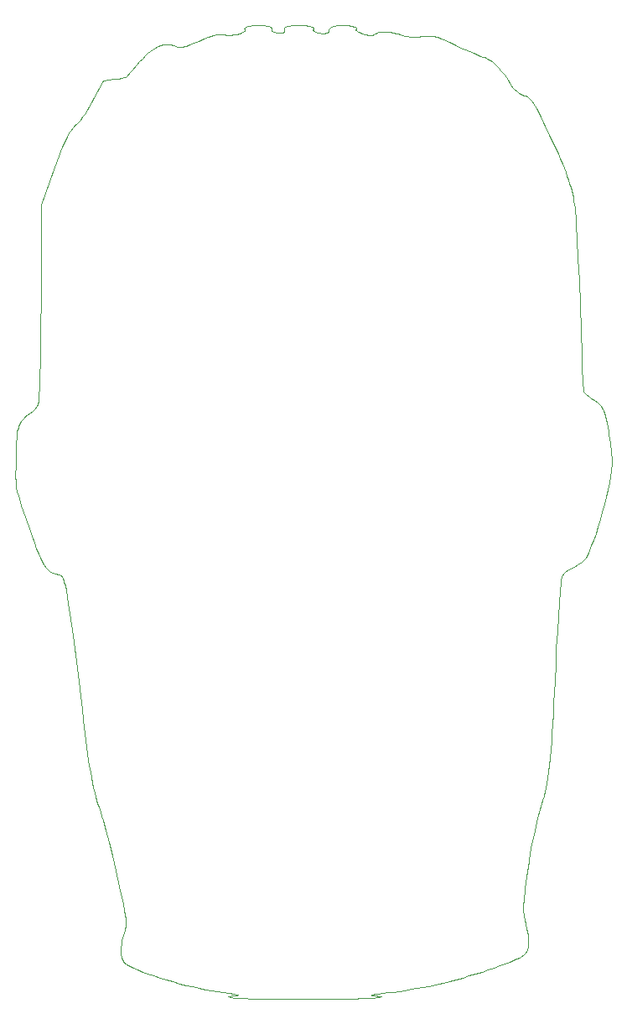
<source format=gbr>
G04 #@! TF.GenerationSoftware,KiCad,Pcbnew,(5.1.2)-1*
G04 #@! TF.CreationDate,2019-06-30T22:56:59-05:00*
G04 #@! TF.ProjectId,hank-hill-sao,68616e6b-2d68-4696-9c6c-2d73616f2e6b,rev?*
G04 #@! TF.SameCoordinates,Original*
G04 #@! TF.FileFunction,Profile,NP*
%FSLAX46Y46*%
G04 Gerber Fmt 4.6, Leading zero omitted, Abs format (unit mm)*
G04 Created by KiCad (PCBNEW (5.1.2)-1) date 2019-06-30 22:56:59*
%MOMM*%
%LPD*%
G04 APERTURE LIST*
%ADD10C,0.100000*%
G04 APERTURE END LIST*
D10*
X-9815535Y-48626712D02*
X-10337899Y-48542212D01*
X-10337899Y-48542212D02*
X-10475952Y-48513872D01*
X-10475952Y-48513872D02*
X-10515190Y-48502220D01*
X-10515190Y-48502220D02*
X-10534948Y-48491899D01*
X-10534948Y-48491899D02*
X-10535524Y-48482620D01*
X-10535524Y-48482620D02*
X-10517171Y-48474097D01*
X-10517171Y-48474097D02*
X-10424865Y-48458237D01*
X-10424865Y-48458237D02*
X-10025792Y-48423675D01*
X-10025792Y-48423675D02*
X-9748584Y-48400371D01*
X-9748584Y-48400371D02*
X-9650034Y-48388683D01*
X-9650034Y-48388683D02*
X-9582127Y-48375988D01*
X-9582127Y-48375988D02*
X-9547822Y-48361566D01*
X-9547822Y-48361566D02*
X-9544193Y-48353474D01*
X-9544193Y-48353474D02*
X-9550069Y-48344699D01*
X-9550069Y-48344699D02*
X-9591828Y-48324667D01*
X-9591828Y-48324667D02*
X-9676053Y-48300716D01*
X-9676053Y-48300716D02*
X-9983726Y-48238236D01*
X-9983726Y-48238236D02*
X-10496734Y-48151452D01*
X-10496734Y-48151452D02*
X-12233342Y-47881742D01*
X-12233342Y-47881742D02*
X-12837950Y-47780418D01*
X-12837950Y-47780418D02*
X-13470833Y-47657969D01*
X-13470833Y-47657969D02*
X-14124330Y-47516833D01*
X-14124330Y-47516833D02*
X-14790784Y-47359445D01*
X-14790784Y-47359445D02*
X-15462535Y-47188239D01*
X-15462535Y-47188239D02*
X-16131925Y-47005655D01*
X-16131925Y-47005655D02*
X-16791294Y-46814130D01*
X-16791294Y-46814130D02*
X-17432984Y-46616093D01*
X-17432984Y-46616093D02*
X-18049336Y-46413987D01*
X-18049336Y-46413987D02*
X-18632690Y-46210242D01*
X-18632690Y-46210242D02*
X-19175388Y-46007299D01*
X-19175388Y-46007299D02*
X-19669771Y-45807596D01*
X-19669771Y-45807596D02*
X-20108180Y-45613561D01*
X-20108180Y-45613561D02*
X-20304001Y-45519433D01*
X-20304001Y-45519433D02*
X-20482956Y-45427636D01*
X-20482956Y-45427636D02*
X-20644089Y-45338475D01*
X-20644089Y-45338475D02*
X-20786441Y-45252255D01*
X-20786441Y-45252255D02*
X-20909055Y-45169283D01*
X-20909055Y-45169283D02*
X-21010974Y-45089858D01*
X-21010974Y-45089858D02*
X-21053358Y-45050031D01*
X-21053358Y-45050031D02*
X-21093120Y-45004933D01*
X-21093120Y-45004933D02*
X-21164762Y-44899631D01*
X-21164762Y-44899631D02*
X-21225882Y-44775351D01*
X-21225882Y-44775351D02*
X-21276459Y-44633500D01*
X-21276459Y-44633500D02*
X-21316472Y-44475472D01*
X-21316472Y-44475472D02*
X-21345905Y-44302677D01*
X-21345905Y-44302677D02*
X-21364732Y-44116518D01*
X-21364732Y-44116518D02*
X-21372939Y-43918390D01*
X-21372939Y-43918390D02*
X-21370494Y-43709704D01*
X-21370494Y-43709704D02*
X-21357396Y-43491853D01*
X-21357396Y-43491853D02*
X-21333616Y-43266249D01*
X-21333616Y-43266249D02*
X-21299134Y-43034287D01*
X-21299134Y-43034287D02*
X-21253930Y-42797376D01*
X-21253930Y-42797376D02*
X-21197984Y-42556916D01*
X-21197984Y-42556916D02*
X-21131277Y-42314304D01*
X-21131277Y-42314304D02*
X-21053787Y-42070952D01*
X-21053787Y-42070952D02*
X-20955371Y-41766246D01*
X-20955371Y-41766246D02*
X-20917275Y-41629099D01*
X-20917275Y-41629099D02*
X-20886735Y-41497619D01*
X-20886735Y-41497619D02*
X-20863858Y-41368463D01*
X-20863858Y-41368463D02*
X-20848754Y-41238274D01*
X-20848754Y-41238274D02*
X-20841532Y-41103705D01*
X-20841532Y-41103705D02*
X-20842287Y-40961407D01*
X-20842287Y-40961407D02*
X-20851156Y-40808026D01*
X-20851156Y-40808026D02*
X-20868235Y-40640215D01*
X-20868235Y-40640215D02*
X-20927456Y-40247894D01*
X-20927456Y-40247894D02*
X-21020825Y-39757644D01*
X-21020825Y-39757644D02*
X-21149215Y-39142665D01*
X-21149215Y-39142665D02*
X-21520647Y-37431055D01*
X-21520647Y-37431055D02*
X-21885321Y-35812548D01*
X-21885321Y-35812548D02*
X-22237570Y-34309711D01*
X-22237570Y-34309711D02*
X-22571733Y-32945118D01*
X-22571733Y-32945118D02*
X-22882142Y-31741341D01*
X-22882142Y-31741341D02*
X-23163136Y-30720946D01*
X-23163136Y-30720946D02*
X-23290832Y-30286569D01*
X-23290832Y-30286569D02*
X-23409049Y-29906505D01*
X-23409049Y-29906505D02*
X-23517080Y-29583569D01*
X-23517080Y-29583569D02*
X-23614217Y-29320588D01*
X-23614217Y-29320588D02*
X-23716520Y-29037553D01*
X-23716520Y-29037553D02*
X-23820914Y-28703562D01*
X-23820914Y-28703562D02*
X-23926803Y-28321973D01*
X-23926803Y-28321973D02*
X-24033592Y-27896151D01*
X-24033592Y-27896151D02*
X-24140684Y-27429458D01*
X-24140684Y-27429458D02*
X-24247483Y-26925250D01*
X-24247483Y-26925250D02*
X-24353393Y-26386891D01*
X-24353393Y-26386891D02*
X-24457818Y-25817740D01*
X-24457818Y-25817740D02*
X-24560162Y-25221160D01*
X-24560162Y-25221160D02*
X-24659829Y-24600509D01*
X-24659829Y-24600509D02*
X-24756222Y-23959147D01*
X-24756222Y-23959147D02*
X-24848745Y-23300439D01*
X-24848745Y-23300439D02*
X-24936803Y-22627741D01*
X-24936803Y-22627741D02*
X-25019800Y-21944417D01*
X-25019800Y-21944417D02*
X-25097138Y-21253827D01*
X-25097138Y-21253827D02*
X-25168223Y-20559332D01*
X-25168223Y-20559332D02*
X-25281344Y-19494159D01*
X-25281344Y-19494159D02*
X-25437895Y-18148109D01*
X-25437895Y-18148109D02*
X-25617191Y-16693657D01*
X-25617191Y-16693657D02*
X-25798551Y-15303265D01*
X-25798551Y-15303265D02*
X-26226786Y-12130391D01*
X-26226786Y-12130391D02*
X-26552117Y-9775750D01*
X-26552117Y-9775750D02*
X-26684779Y-8866289D01*
X-26684779Y-8866289D02*
X-26802017Y-8114612D01*
X-26802017Y-8114612D02*
X-26907266Y-7505124D01*
X-26907266Y-7505124D02*
X-27003960Y-7022232D01*
X-27003960Y-7022232D02*
X-27095533Y-6650349D01*
X-27095533Y-6650349D02*
X-27140473Y-6501161D01*
X-27140473Y-6501161D02*
X-27185420Y-6373878D01*
X-27185420Y-6373878D02*
X-27230804Y-6266552D01*
X-27230804Y-6266552D02*
X-27277054Y-6177229D01*
X-27277054Y-6177229D02*
X-27324600Y-6103967D01*
X-27324600Y-6103967D02*
X-27373870Y-6044810D01*
X-27373870Y-6044810D02*
X-27425295Y-5997817D01*
X-27425295Y-5997817D02*
X-27479302Y-5961029D01*
X-27479302Y-5961029D02*
X-27536323Y-5932510D01*
X-27536323Y-5932510D02*
X-27596785Y-5910285D01*
X-27596785Y-5910285D02*
X-27729752Y-5876982D01*
X-27729752Y-5876982D02*
X-27881638Y-5845550D01*
X-27881638Y-5845550D02*
X-28091623Y-5791033D01*
X-28091623Y-5791033D02*
X-28190746Y-5757730D01*
X-28190746Y-5757730D02*
X-28286504Y-5719368D01*
X-28286504Y-5719368D02*
X-28379308Y-5675165D01*
X-28379308Y-5675165D02*
X-28469569Y-5624337D01*
X-28469569Y-5624337D02*
X-28557698Y-5566112D01*
X-28557698Y-5566112D02*
X-28644107Y-5499712D01*
X-28644107Y-5499712D02*
X-28729205Y-5424357D01*
X-28729205Y-5424357D02*
X-28813404Y-5339267D01*
X-28813404Y-5339267D02*
X-28897115Y-5243668D01*
X-28897115Y-5243668D02*
X-28980749Y-5136777D01*
X-28980749Y-5136777D02*
X-29064717Y-5017820D01*
X-29064717Y-5017820D02*
X-29149430Y-4886020D01*
X-29149430Y-4886020D02*
X-29235299Y-4740594D01*
X-29235299Y-4740594D02*
X-29322735Y-4580764D01*
X-29322735Y-4580764D02*
X-29503951Y-4214790D01*
X-29503951Y-4214790D02*
X-29696366Y-3781870D01*
X-29696366Y-3781870D02*
X-29903269Y-3275781D01*
X-29903269Y-3275781D02*
X-30127947Y-2690295D01*
X-30127947Y-2690295D02*
X-30373688Y-2019191D01*
X-30373688Y-2019191D02*
X-30643780Y-1256239D01*
X-30643780Y-1256239D02*
X-31270168Y570099D01*
X-31270168Y570099D02*
X-31425370Y1038080D01*
X-31425370Y1038080D02*
X-31554401Y1444506D01*
X-31554401Y1444506D02*
X-31740705Y2071666D01*
X-31740705Y2071666D02*
X-31842583Y2449494D01*
X-31842583Y2449494D02*
X-31873540Y2575899D01*
X-31873540Y2575899D02*
X-31897995Y2658821D01*
X-31897995Y2658821D02*
X-31919631Y2755685D01*
X-31919631Y2755685D02*
X-31954987Y2987410D01*
X-31954987Y2987410D02*
X-31980716Y3263428D01*
X-31980716Y3263428D02*
X-31997917Y3576090D01*
X-31997917Y3576090D02*
X-32007696Y3917748D01*
X-32007696Y3917748D02*
X-32011148Y4280762D01*
X-32011148Y4280762D02*
X-32003517Y5040258D01*
X-32003517Y5040258D02*
X-31983837Y5793400D01*
X-31983837Y5793400D02*
X-31960936Y6479019D01*
X-31960936Y6479019D02*
X-31943633Y7035935D01*
X-31943633Y7035935D02*
X-31940756Y7402984D01*
X-31940756Y7402984D02*
X-31915880Y7987905D01*
X-31915880Y7987905D02*
X-31902156Y8174341D01*
X-31902156Y8174341D02*
X-31877187Y8359989D01*
X-31877187Y8359989D02*
X-31841493Y8543897D01*
X-31841493Y8543897D02*
X-31795592Y8725107D01*
X-31795592Y8725107D02*
X-31740002Y8902674D01*
X-31740002Y8902674D02*
X-31675240Y9075638D01*
X-31675240Y9075638D02*
X-31601824Y9243046D01*
X-31601824Y9243046D02*
X-31520272Y9403947D01*
X-31520272Y9403947D02*
X-31431101Y9557390D01*
X-31431101Y9557390D02*
X-31334830Y9702414D01*
X-31334830Y9702414D02*
X-31231976Y9838073D01*
X-31231976Y9838073D02*
X-31123056Y9963413D01*
X-31123056Y9963413D02*
X-31008589Y10077476D01*
X-31008589Y10077476D02*
X-30889092Y10179311D01*
X-30889092Y10179311D02*
X-30765083Y10267968D01*
X-30765083Y10267968D02*
X-30637080Y10342489D01*
X-30637080Y10342489D02*
X-30500532Y10422260D01*
X-30500532Y10422260D02*
X-30364045Y10519096D01*
X-30364045Y10519096D02*
X-30231258Y10629271D01*
X-30231258Y10629271D02*
X-30105808Y10749066D01*
X-30105808Y10749066D02*
X-29991334Y10874755D01*
X-29991334Y10874755D02*
X-29891473Y11002621D01*
X-29891473Y11002621D02*
X-29809862Y11128936D01*
X-29809862Y11128936D02*
X-29750140Y11249983D01*
X-29750140Y11249983D02*
X-29722157Y11357169D01*
X-29722157Y11357169D02*
X-29695429Y11537628D01*
X-29695429Y11537628D02*
X-29669963Y11791129D01*
X-29669963Y11791129D02*
X-29645766Y12117438D01*
X-29645766Y12117438D02*
X-29601200Y12987566D01*
X-29601200Y12987566D02*
X-29561784Y14146151D01*
X-29561784Y14146151D02*
X-29527572Y15591342D01*
X-29527572Y15591342D02*
X-29498614Y17321282D01*
X-29498614Y17321282D02*
X-29474964Y19334122D01*
X-29474964Y19334122D02*
X-29456673Y21628005D01*
X-29456673Y21628005D02*
X-29393822Y31437928D01*
X-29393822Y31437928D02*
X-28553464Y33822078D01*
X-28553464Y33822078D02*
X-28054328Y35221550D01*
X-28054328Y35221550D02*
X-27632939Y36359883D01*
X-27632939Y36359883D02*
X-27446469Y36841668D01*
X-27446469Y36841668D02*
X-27273519Y37270822D01*
X-27273519Y37270822D02*
X-27112116Y37651564D01*
X-27112116Y37651564D02*
X-26960287Y37988111D01*
X-26960287Y37988111D02*
X-26816060Y38284681D01*
X-26816060Y38284681D02*
X-26677464Y38545493D01*
X-26677464Y38545493D02*
X-26542526Y38774765D01*
X-26542526Y38774765D02*
X-26409272Y38976714D01*
X-26409272Y38976714D02*
X-26275731Y39155559D01*
X-26275731Y39155559D02*
X-26139931Y39315517D01*
X-26139931Y39315517D02*
X-25999899Y39460806D01*
X-25999899Y39460806D02*
X-25853662Y39595646D01*
X-25853662Y39595646D02*
X-25771186Y39672893D01*
X-25771186Y39672893D02*
X-25681549Y39766481D01*
X-25681549Y39766481D02*
X-25484076Y39997868D01*
X-25484076Y39997868D02*
X-25267804Y40280176D01*
X-25267804Y40280176D02*
X-25039295Y40603778D01*
X-25039295Y40603778D02*
X-24805112Y40959045D01*
X-24805112Y40959045D02*
X-24571817Y41336350D01*
X-24571817Y41336350D02*
X-24345973Y41726064D01*
X-24345973Y41726064D02*
X-24134142Y42118558D01*
X-24134142Y42118558D02*
X-23165937Y43985206D01*
X-23165937Y43985206D02*
X-22075063Y44094948D01*
X-22075063Y44094948D02*
X-21644522Y44145488D01*
X-21644522Y44145488D02*
X-21278666Y44201975D01*
X-21278666Y44201975D02*
X-21016191Y44257508D01*
X-21016191Y44257508D02*
X-20935813Y44282762D01*
X-20935813Y44282762D02*
X-20895791Y44305189D01*
X-20895791Y44305189D02*
X-19801451Y45562024D01*
X-19801451Y45562024D02*
X-19501164Y45898049D01*
X-19501164Y45898049D02*
X-19211614Y46203052D01*
X-19211614Y46203052D02*
X-18931997Y46477413D01*
X-18931997Y46477413D02*
X-18661505Y46721512D01*
X-18661505Y46721512D02*
X-18399334Y46935726D01*
X-18399334Y46935726D02*
X-18144678Y47120435D01*
X-18144678Y47120435D02*
X-17896730Y47276018D01*
X-17896730Y47276018D02*
X-17775021Y47343005D01*
X-17775021Y47343005D02*
X-17654686Y47402854D01*
X-17654686Y47402854D02*
X-17535626Y47455610D01*
X-17535626Y47455610D02*
X-17417739Y47501321D01*
X-17417739Y47501321D02*
X-17300925Y47540035D01*
X-17300925Y47540035D02*
X-17185084Y47571798D01*
X-17185084Y47571798D02*
X-17070114Y47596660D01*
X-17070114Y47596660D02*
X-16955914Y47614667D01*
X-16955914Y47614667D02*
X-16842385Y47625866D01*
X-16842385Y47625866D02*
X-16729425Y47630304D01*
X-16729425Y47630304D02*
X-16616934Y47628038D01*
X-16616934Y47628038D02*
X-16504810Y47619098D01*
X-16504810Y47619098D02*
X-16392954Y47603540D01*
X-16392954Y47603540D02*
X-16281264Y47581412D01*
X-16281264Y47581412D02*
X-16169640Y47552759D01*
X-16169640Y47552759D02*
X-16057980Y47517630D01*
X-16057980Y47517630D02*
X-15946186Y47476072D01*
X-15946186Y47476072D02*
X-15834154Y47428133D01*
X-15834154Y47428133D02*
X-15752384Y47393892D01*
X-15752384Y47393892D02*
X-15670910Y47366657D01*
X-15670910Y47366657D02*
X-15587890Y47346855D01*
X-15587890Y47346855D02*
X-15501481Y47334912D01*
X-15501481Y47334912D02*
X-15409839Y47331250D01*
X-15409839Y47331250D02*
X-15311120Y47336296D01*
X-15311120Y47336296D02*
X-15203481Y47350473D01*
X-15203481Y47350473D02*
X-15085079Y47374206D01*
X-15085079Y47374206D02*
X-14954071Y47407918D01*
X-14954071Y47407918D02*
X-14808612Y47452037D01*
X-14808612Y47452037D02*
X-14466971Y47573188D01*
X-14466971Y47573188D02*
X-14045409Y47741055D01*
X-14045409Y47741055D02*
X-13529177Y47959034D01*
X-13529177Y47959034D02*
X-13021750Y48172359D01*
X-13021750Y48172359D02*
X-12594246Y48340252D01*
X-12594246Y48340252D02*
X-12232006Y48466210D01*
X-12232006Y48466210D02*
X-12070779Y48514556D01*
X-12070779Y48514556D02*
X-11920372Y48553729D01*
X-11920372Y48553729D02*
X-11778950Y48584165D01*
X-11778950Y48584165D02*
X-11644682Y48606305D01*
X-11644682Y48606305D02*
X-11515736Y48620582D01*
X-11515736Y48620582D02*
X-11390280Y48627437D01*
X-11390280Y48627437D02*
X-11266481Y48627304D01*
X-11266481Y48627304D02*
X-11142506Y48620622D01*
X-11142506Y48620622D02*
X-10886700Y48589355D01*
X-10886700Y48589355D02*
X-10719161Y48569179D01*
X-10719161Y48569179D02*
X-10543301Y48560044D01*
X-10543301Y48560044D02*
X-10362091Y48561159D01*
X-10362091Y48561159D02*
X-10178502Y48571682D01*
X-10178502Y48571682D02*
X-9995502Y48590822D01*
X-9995502Y48590822D02*
X-9816063Y48617766D01*
X-9816063Y48617766D02*
X-9643154Y48651709D01*
X-9643154Y48651709D02*
X-9479746Y48691839D01*
X-9479746Y48691839D02*
X-9328807Y48737347D01*
X-9328807Y48737347D02*
X-9193310Y48787425D01*
X-9193310Y48787425D02*
X-9076223Y48841263D01*
X-9076223Y48841263D02*
X-8980517Y48898053D01*
X-8980517Y48898053D02*
X-8909161Y48956984D01*
X-8909161Y48956984D02*
X-8883544Y48986999D01*
X-8883544Y48986999D02*
X-8865127Y49017248D01*
X-8865127Y49017248D02*
X-8854284Y49047627D01*
X-8854284Y49047627D02*
X-8851371Y49078034D01*
X-8851371Y49078034D02*
X-8856787Y49108373D01*
X-8856787Y49108373D02*
X-8870889Y49138538D01*
X-8870889Y49138538D02*
X-8889939Y49182459D01*
X-8889939Y49182459D02*
X-8892312Y49224843D01*
X-8892312Y49224843D02*
X-8878603Y49265511D01*
X-8878603Y49265511D02*
X-8849393Y49304285D01*
X-8849393Y49304285D02*
X-8805266Y49340985D01*
X-8805266Y49340985D02*
X-8746808Y49375433D01*
X-8746808Y49375433D02*
X-8674605Y49407450D01*
X-8674605Y49407450D02*
X-8589242Y49436855D01*
X-8589242Y49436855D02*
X-8491304Y49463472D01*
X-8491304Y49463472D02*
X-8381378Y49487120D01*
X-8381378Y49487120D02*
X-8127901Y49524796D01*
X-8127901Y49524796D02*
X-7833494Y49548451D01*
X-7833494Y49548451D02*
X-7502841Y49556654D01*
X-7502841Y49556654D02*
X-7165261Y49548361D01*
X-7165261Y49548361D02*
X-6867813Y49524324D01*
X-6867813Y49524324D02*
X-6614427Y49485808D01*
X-6614427Y49485808D02*
X-6505487Y49461515D01*
X-6505487Y49461515D02*
X-6409037Y49434077D01*
X-6409037Y49434077D02*
X-6325569Y49403652D01*
X-6325569Y49403652D02*
X-6255574Y49370397D01*
X-6255574Y49370397D02*
X-6199544Y49334470D01*
X-6199544Y49334470D02*
X-6157971Y49296031D01*
X-6157971Y49296031D02*
X-6131347Y49255236D01*
X-6131347Y49255236D02*
X-6120158Y49212244D01*
X-6120158Y49212244D02*
X-6124902Y49167214D01*
X-6124902Y49167214D02*
X-6146070Y49120302D01*
X-6146070Y49120302D02*
X-6156111Y49098666D01*
X-6156111Y49098666D02*
X-6159819Y49076930D01*
X-6159819Y49076930D02*
X-6157517Y49055179D01*
X-6157517Y49055179D02*
X-6149559Y49033503D01*
X-6149559Y49033503D02*
X-6117990Y48990733D01*
X-6117990Y48990733D02*
X-6067785Y48949322D01*
X-6067785Y48949322D02*
X-6001630Y48909977D01*
X-6001630Y48909977D02*
X-5922206Y48873405D01*
X-5922206Y48873405D02*
X-5832196Y48840311D01*
X-5832196Y48840311D02*
X-5734285Y48811399D01*
X-5734285Y48811399D02*
X-5631151Y48787379D01*
X-5631151Y48787379D02*
X-5525483Y48768959D01*
X-5525483Y48768959D02*
X-5419962Y48756843D01*
X-5419962Y48756843D02*
X-5317267Y48751736D01*
X-5317267Y48751736D02*
X-5220086Y48754361D01*
X-5220086Y48754361D02*
X-5131101Y48765395D01*
X-5131101Y48765395D02*
X-5052992Y48785556D01*
X-5052992Y48785556D02*
X-4988444Y48815553D01*
X-4988444Y48815553D02*
X-4945313Y48847108D01*
X-4945313Y48847108D02*
X-4909309Y48883399D01*
X-4909309Y48883399D02*
X-4880934Y48923142D01*
X-4880934Y48923142D02*
X-4860651Y48965053D01*
X-4860651Y48965053D02*
X-4848926Y49007846D01*
X-4848926Y49007846D02*
X-4846409Y49050237D01*
X-4846409Y49050237D02*
X-4853314Y49090943D01*
X-4853314Y49090943D02*
X-4870289Y49128679D01*
X-4870289Y49128679D02*
X-4891220Y49175627D01*
X-4891220Y49175627D02*
X-4895068Y49220490D01*
X-4895068Y49220490D02*
X-4882265Y49263136D01*
X-4882265Y49263136D02*
X-4853242Y49303436D01*
X-4853242Y49303436D02*
X-4808460Y49341259D01*
X-4808460Y49341259D02*
X-4748365Y49376476D01*
X-4748365Y49376476D02*
X-4673402Y49408956D01*
X-4673402Y49408956D02*
X-4584018Y49438569D01*
X-4584018Y49438569D02*
X-4480658Y49465186D01*
X-4480658Y49465186D02*
X-4363765Y49488676D01*
X-4363765Y49488676D02*
X-4091171Y49525755D01*
X-4091171Y49525755D02*
X-3769807Y49548766D01*
X-3769807Y49548766D02*
X-3403236Y49556667D01*
X-3403236Y49556667D02*
X-3033417Y49548729D01*
X-3033417Y49548729D02*
X-2710621Y49525555D01*
X-2710621Y49525555D02*
X-2438056Y49488105D01*
X-2438056Y49488105D02*
X-2321616Y49464326D01*
X-2321616Y49464326D02*
X-2218944Y49437339D01*
X-2218944Y49437339D02*
X-2130437Y49407262D01*
X-2130437Y49407262D02*
X-2056499Y49374216D01*
X-2056499Y49374216D02*
X-1997533Y49338322D01*
X-1997533Y49338322D02*
X-1953941Y49299698D01*
X-1953941Y49299698D02*
X-1926105Y49258466D01*
X-1926105Y49258466D02*
X-1914453Y49214745D01*
X-1914453Y49214745D02*
X-1919380Y49168654D01*
X-1919380Y49168654D02*
X-1941282Y49120316D01*
X-1941282Y49120316D02*
X-1950633Y49100280D01*
X-1950633Y49100280D02*
X-1954229Y49080025D01*
X-1954229Y49080025D02*
X-1945166Y49039171D01*
X-1945166Y49039171D02*
X-1916179Y48998364D01*
X-1916179Y48998364D02*
X-1869376Y48958213D01*
X-1869376Y48958213D02*
X-1806835Y48919329D01*
X-1806835Y48919329D02*
X-1730632Y48882322D01*
X-1730632Y48882322D02*
X-1642855Y48847801D01*
X-1642855Y48847801D02*
X-1545584Y48816376D01*
X-1545584Y48816376D02*
X-1440905Y48788659D01*
X-1440905Y48788659D02*
X-1330895Y48765257D01*
X-1330895Y48765257D02*
X-1217642Y48746782D01*
X-1217642Y48746782D02*
X-1103227Y48733843D01*
X-1103227Y48733843D02*
X-989729Y48727049D01*
X-989729Y48727049D02*
X-879234Y48727011D01*
X-879234Y48727011D02*
X-773825Y48734336D01*
X-773825Y48734336D02*
X-675583Y48749639D01*
X-675583Y48749639D02*
X-607255Y48767747D01*
X-607255Y48767747D02*
X-544660Y48792008D01*
X-544660Y48792008D02*
X-489082Y48821365D01*
X-489082Y48821365D02*
X-441808Y48854761D01*
X-441808Y48854761D02*
X-404132Y48891135D01*
X-404132Y48891135D02*
X-377339Y48929430D01*
X-377339Y48929430D02*
X-362702Y48968588D01*
X-362702Y48968588D02*
X-361623Y49007552D01*
X-361623Y49007552D02*
X-363781Y49064992D01*
X-363781Y49064992D02*
X-352812Y49120326D01*
X-352812Y49120326D02*
X-329076Y49173332D01*
X-329076Y49173332D02*
X-293087Y49223792D01*
X-293087Y49223792D02*
X-245363Y49271486D01*
X-245363Y49271486D02*
X-186426Y49316192D01*
X-186426Y49316192D02*
X-116789Y49357692D01*
X-116789Y49357692D02*
X-36961Y49395765D01*
X-36961Y49395765D02*
X52542Y49430191D01*
X52542Y49430191D02*
X151209Y49460750D01*
X151209Y49460750D02*
X258517Y49487222D01*
X258517Y49487222D02*
X373961Y49509387D01*
X373961Y49509387D02*
X497021Y49527024D01*
X497021Y49527024D02*
X627188Y49539915D01*
X627188Y49539915D02*
X763948Y49547838D01*
X763948Y49547838D02*
X906781Y49550575D01*
X906781Y49550575D02*
X1262847Y49540817D01*
X1262847Y49540817D02*
X1592203Y49513219D01*
X1592203Y49513219D02*
X1883811Y49470816D01*
X1883811Y49470816D02*
X2012011Y49445011D01*
X2012011Y49445011D02*
X2126638Y49416642D01*
X2126638Y49416642D02*
X2226308Y49386089D01*
X2226308Y49386089D02*
X2309646Y49353732D01*
X2309646Y49353732D02*
X2375269Y49319949D01*
X2375269Y49319949D02*
X2421799Y49285120D01*
X2421799Y49285120D02*
X2447837Y49249623D01*
X2447837Y49249623D02*
X2452764Y49231744D01*
X2452764Y49231744D02*
X2452045Y49213839D01*
X2452045Y49213839D02*
X2433020Y49178147D01*
X2433020Y49178147D02*
X2389381Y49142926D01*
X2389381Y49142926D02*
X2369386Y49126421D01*
X2369386Y49126421D02*
X2358668Y49107594D01*
X2358668Y49107594D02*
X2356870Y49086648D01*
X2356870Y49086648D02*
X2363847Y49063783D01*
X2363847Y49063783D02*
X2379240Y49039194D01*
X2379240Y49039194D02*
X2402760Y49013085D01*
X2402760Y49013085D02*
X2472950Y48957095D01*
X2472950Y48957095D02*
X2572099Y48897407D01*
X2572099Y48897407D02*
X2697875Y48835617D01*
X2697875Y48835617D02*
X2847937Y48773319D01*
X2847937Y48773319D02*
X3019955Y48712107D01*
X3019955Y48712107D02*
X3255668Y48638484D01*
X3255668Y48638484D02*
X3459036Y48584904D01*
X3459036Y48584904D02*
X3635150Y48551220D01*
X3635150Y48551220D02*
X3789111Y48537288D01*
X3789111Y48537288D02*
X3926021Y48542963D01*
X3926021Y48542963D02*
X4050977Y48568101D01*
X4050977Y48568101D02*
X4169074Y48612559D01*
X4169074Y48612559D02*
X4285417Y48676191D01*
X4285417Y48676191D02*
X4391553Y48735675D01*
X4391553Y48735675D02*
X4505565Y48786569D01*
X4505565Y48786569D02*
X4627263Y48828878D01*
X4627263Y48828878D02*
X4756444Y48862609D01*
X4756444Y48862609D02*
X4892923Y48887765D01*
X4892923Y48887765D02*
X5036497Y48904355D01*
X5036497Y48904355D02*
X5186970Y48912386D01*
X5186970Y48912386D02*
X5344153Y48911846D01*
X5344153Y48911846D02*
X5507845Y48902773D01*
X5507845Y48902773D02*
X5677853Y48885154D01*
X5677853Y48885154D02*
X5853981Y48858998D01*
X5853981Y48858998D02*
X6036033Y48824307D01*
X6036033Y48824307D02*
X6223814Y48781092D01*
X6223814Y48781092D02*
X6417130Y48729356D01*
X6417130Y48729356D02*
X6615783Y48669106D01*
X6615783Y48669106D02*
X6819582Y48600348D01*
X6819582Y48600348D02*
X7065239Y48521436D01*
X7065239Y48521436D02*
X7311759Y48458927D01*
X7311759Y48458927D02*
X7562826Y48412502D01*
X7562826Y48412502D02*
X7822120Y48381843D01*
X7822120Y48381843D02*
X8093330Y48366630D01*
X8093330Y48366630D02*
X8380137Y48366548D01*
X8380137Y48366548D02*
X8686220Y48381275D01*
X8686220Y48381275D02*
X9015270Y48410495D01*
X9015270Y48410495D02*
X9429062Y48449806D01*
X9429062Y48449806D02*
X9609207Y48460617D01*
X9609207Y48460617D02*
X9777442Y48463961D01*
X9777442Y48463961D02*
X9938207Y48458682D01*
X9938207Y48458682D02*
X10095944Y48443602D01*
X10095944Y48443602D02*
X10255101Y48417550D01*
X10255101Y48417550D02*
X10420114Y48379356D01*
X10420114Y48379356D02*
X10595429Y48327849D01*
X10595429Y48327849D02*
X10785491Y48261858D01*
X10785491Y48261858D02*
X10994738Y48180212D01*
X10994738Y48180212D02*
X11227618Y48081739D01*
X11227618Y48081739D02*
X11782030Y47829632D01*
X11782030Y47829632D02*
X12484276Y47496168D01*
X12484276Y47496168D02*
X12939012Y47282265D01*
X12939012Y47282265D02*
X13390594Y47076966D01*
X13390594Y47076966D02*
X13827186Y46885178D01*
X13827186Y46885178D02*
X14236949Y46711804D01*
X14236949Y46711804D02*
X14608044Y46561748D01*
X14608044Y46561748D02*
X14928628Y46439914D01*
X14928628Y46439914D02*
X15186862Y46351205D01*
X15186862Y46351205D02*
X15370907Y46300527D01*
X15370907Y46300527D02*
X15504123Y46261564D01*
X15504123Y46261564D02*
X15646766Y46199202D01*
X15646766Y46199202D02*
X15797839Y46114477D01*
X15797839Y46114477D02*
X15956363Y46008428D01*
X15956363Y46008428D02*
X16121343Y45882093D01*
X16121343Y45882093D02*
X16291800Y45736512D01*
X16291800Y45736512D02*
X16466742Y45572721D01*
X16466742Y45572721D02*
X16645183Y45391761D01*
X16645183Y45391761D02*
X16826138Y45194668D01*
X16826138Y45194668D02*
X17008618Y44982482D01*
X17008618Y44982482D02*
X17191634Y44756240D01*
X17191634Y44756240D02*
X17374200Y44516982D01*
X17374200Y44516982D02*
X17555331Y44265745D01*
X17555331Y44265745D02*
X17734039Y44003568D01*
X17734039Y44003568D02*
X17909333Y43731488D01*
X17909333Y43731488D02*
X18080233Y43450546D01*
X18080233Y43450546D02*
X18168157Y43321887D01*
X18168157Y43321887D02*
X18280363Y43189782D01*
X18280363Y43189782D02*
X18412242Y43057987D01*
X18412242Y43057987D02*
X18559176Y42930257D01*
X18559176Y42930257D02*
X18716553Y42810346D01*
X18716553Y42810346D02*
X18879756Y42702010D01*
X18879756Y42702010D02*
X19044171Y42609002D01*
X19044171Y42609002D02*
X19205188Y42535078D01*
X19205188Y42535078D02*
X19369974Y42467175D01*
X19369974Y42467175D02*
X19518957Y42398935D01*
X19518957Y42398935D02*
X19655774Y42324825D01*
X19655774Y42324825D02*
X19784056Y42239309D01*
X19784056Y42239309D02*
X19907448Y42136852D01*
X19907448Y42136852D02*
X20029577Y42011918D01*
X20029577Y42011918D02*
X20154083Y41858974D01*
X20154083Y41858974D02*
X20284607Y41672482D01*
X20284607Y41672482D02*
X20424775Y41446909D01*
X20424775Y41446909D02*
X20578232Y41176720D01*
X20578232Y41176720D02*
X20748610Y40856378D01*
X20748610Y40856378D02*
X20939545Y40480349D01*
X20939545Y40480349D02*
X21397637Y39539091D01*
X21397637Y39539091D02*
X21981590Y38308663D01*
X21981590Y38308663D02*
X22533834Y37120845D01*
X22533834Y37120845D02*
X22776269Y36582924D01*
X22776269Y36582924D02*
X22997745Y36078131D01*
X22997745Y36078131D02*
X23199386Y35603317D01*
X23199386Y35603317D02*
X23382319Y35155334D01*
X23382319Y35155334D02*
X23547669Y34731034D01*
X23547669Y34731034D02*
X23696563Y34327268D01*
X23696563Y34327268D02*
X23830125Y33940889D01*
X23830125Y33940889D02*
X23949481Y33568749D01*
X23949481Y33568749D02*
X24055757Y33207698D01*
X24055757Y33207698D02*
X24150076Y32854589D01*
X24150076Y32854589D02*
X24233566Y32506274D01*
X24233566Y32506274D02*
X24307349Y32159604D01*
X24307349Y32159604D02*
X24372555Y31811431D01*
X24372555Y31811431D02*
X24430305Y31458607D01*
X24430305Y31458607D02*
X24469117Y31150467D01*
X24469117Y31150467D02*
X24510824Y30718999D01*
X24510824Y30718999D02*
X24555034Y30172220D01*
X24555034Y30172220D02*
X24601356Y29518143D01*
X24601356Y29518143D02*
X24698742Y27920163D01*
X24698742Y27920163D02*
X24799843Y25989179D01*
X24799843Y25989179D02*
X24901509Y23789314D01*
X24901509Y23789314D02*
X25000592Y21384691D01*
X25000592Y21384691D02*
X25093943Y18839432D01*
X25093943Y18839432D02*
X25178419Y16217660D01*
X25178419Y16217660D02*
X25227006Y14881245D01*
X25227006Y14881245D02*
X25284515Y13740656D01*
X25284515Y13740656D02*
X25314365Y13281601D01*
X25314365Y13281601D02*
X25343747Y12916868D01*
X25343747Y12916868D02*
X25371763Y12661576D01*
X25371763Y12661576D02*
X25384998Y12579697D01*
X25384998Y12579697D02*
X25397549Y12530852D01*
X25397549Y12530852D02*
X25436491Y12460891D01*
X25436491Y12460891D02*
X25502286Y12379754D01*
X25502286Y12379754D02*
X25591390Y12290348D01*
X25591390Y12290348D02*
X25700256Y12195591D01*
X25700256Y12195591D02*
X25825334Y12098392D01*
X25825334Y12098392D02*
X25963078Y12001656D01*
X25963078Y12001656D02*
X26109943Y11908298D01*
X26109943Y11908298D02*
X26262383Y11821226D01*
X26262383Y11821226D02*
X26418940Y11727807D01*
X26418940Y11727807D02*
X26577619Y11616248D01*
X26577619Y11616248D02*
X26734036Y11490734D01*
X26734036Y11490734D02*
X26883821Y11355460D01*
X26883821Y11355460D02*
X27022598Y11214605D01*
X27022598Y11214605D02*
X27145990Y11072361D01*
X27145990Y11072361D02*
X27249623Y10932916D01*
X27249623Y10932916D02*
X27329120Y10800451D01*
X27329120Y10800451D02*
X27365764Y10721730D01*
X27365764Y10721730D02*
X27403069Y10626908D01*
X27403069Y10626908D02*
X27479190Y10393108D01*
X27479190Y10393108D02*
X27556522Y10107362D01*
X27556522Y10107362D02*
X27634114Y9777977D01*
X27634114Y9777977D02*
X27711008Y9413258D01*
X27711008Y9413258D02*
X27786248Y9021524D01*
X27786248Y9021524D02*
X27858880Y8611073D01*
X27858880Y8611073D02*
X27927945Y8190219D01*
X27927945Y8190219D02*
X28051556Y7350538D01*
X28051556Y7350538D02*
X28149438Y6568953D01*
X28149438Y6568953D02*
X28186337Y6220720D01*
X28186337Y6220720D02*
X28213957Y5911932D01*
X28213957Y5911932D02*
X28231292Y5650908D01*
X28231292Y5650908D02*
X28237441Y5445951D01*
X28237441Y5445951D02*
X28232406Y5265280D01*
X28232406Y5265280D02*
X28217302Y5058294D01*
X28217302Y5058294D02*
X28192667Y4826846D01*
X28192667Y4826846D02*
X28159040Y4572791D01*
X28159040Y4572791D02*
X28066700Y4004270D01*
X28066700Y4004270D02*
X27944330Y3367554D01*
X27944330Y3367554D02*
X27795972Y2677468D01*
X27795972Y2677468D02*
X27625681Y1948840D01*
X27625681Y1948840D02*
X27437497Y1196493D01*
X27437497Y1196493D02*
X27235467Y435253D01*
X27235467Y435253D02*
X27023641Y-320050D01*
X27023641Y-320050D02*
X26806061Y-1054598D01*
X26806061Y-1054598D02*
X26586772Y-1753560D01*
X26586772Y-1753560D02*
X26369828Y-2402111D01*
X26369828Y-2402111D02*
X26159268Y-2985432D01*
X26159268Y-2985432D02*
X25959144Y-3488686D01*
X25959144Y-3488686D02*
X25864257Y-3705659D01*
X25864257Y-3705659D02*
X25773496Y-3897058D01*
X25773496Y-3897058D02*
X25687366Y-4061031D01*
X25687366Y-4061031D02*
X25606376Y-4195718D01*
X25606376Y-4195718D02*
X25521264Y-4304192D01*
X25521264Y-4304192D02*
X25401246Y-4425972D01*
X25401246Y-4425972D02*
X25251846Y-4556924D01*
X25251846Y-4556924D02*
X25078601Y-4692902D01*
X25078601Y-4692902D02*
X24887041Y-4829780D01*
X24887041Y-4829780D02*
X24682695Y-4963414D01*
X24682695Y-4963414D02*
X24471095Y-5089665D01*
X24471095Y-5089665D02*
X24257776Y-5204403D01*
X24257776Y-5204403D02*
X23991685Y-5345716D01*
X23991685Y-5345716D02*
X23766908Y-5480004D01*
X23766908Y-5480004D02*
X23580263Y-5610333D01*
X23580263Y-5610333D02*
X23500244Y-5674971D01*
X23500244Y-5674971D02*
X23428561Y-5739763D01*
X23428561Y-5739763D02*
X23364816Y-5805102D01*
X23364816Y-5805102D02*
X23308608Y-5871365D01*
X23308608Y-5871365D02*
X23259546Y-5938933D01*
X23259546Y-5938933D02*
X23217220Y-6008192D01*
X23217220Y-6008192D02*
X23181242Y-6079526D01*
X23181242Y-6079526D02*
X23151213Y-6153320D01*
X23151213Y-6153320D02*
X23126721Y-6229948D01*
X23126721Y-6229948D02*
X23107373Y-6309802D01*
X23107373Y-6309802D02*
X23077379Y-6496493D01*
X23077379Y-6496493D02*
X23043537Y-6781811D01*
X23043537Y-6781811D02*
X22966359Y-7616453D01*
X22966359Y-7616453D02*
X22879877Y-8749979D01*
X22879877Y-8749979D02*
X22788137Y-10118646D01*
X22788137Y-10118646D02*
X22695189Y-11658710D01*
X22695189Y-11658710D02*
X22605075Y-13306419D01*
X22605075Y-13306419D02*
X22521851Y-14998026D01*
X22521851Y-14998026D02*
X22449557Y-16669792D01*
X22449557Y-16669792D02*
X22401323Y-17804433D01*
X22401323Y-17804433D02*
X22348992Y-18896039D01*
X22348992Y-18896039D02*
X22292766Y-19942490D01*
X22292766Y-19942490D02*
X22232858Y-20941651D01*
X22232858Y-20941651D02*
X22169468Y-21891406D01*
X22169468Y-21891406D02*
X22102806Y-22789625D01*
X22102806Y-22789625D02*
X22033079Y-23634182D01*
X22033079Y-23634182D02*
X21960497Y-24422953D01*
X21960497Y-24422953D02*
X21885258Y-25153814D01*
X21885258Y-25153814D02*
X21807576Y-25824638D01*
X21807576Y-25824638D02*
X21727658Y-26433302D01*
X21727658Y-26433302D02*
X21645703Y-26977678D01*
X21645703Y-26977678D02*
X21561926Y-27455643D01*
X21561926Y-27455643D02*
X21476534Y-27865068D01*
X21476534Y-27865068D02*
X21389725Y-28203832D01*
X21389725Y-28203832D02*
X21345856Y-28346050D01*
X21345856Y-28346050D02*
X21301714Y-28469809D01*
X21301714Y-28469809D02*
X21214337Y-28709762D01*
X21214337Y-28709762D02*
X21122234Y-28989078D01*
X21122234Y-28989078D02*
X21026300Y-29303861D01*
X21026300Y-29303861D02*
X20927422Y-29650227D01*
X20927422Y-29650227D02*
X20724410Y-30422178D01*
X20724410Y-30422178D02*
X20520338Y-31273834D01*
X20520338Y-31273834D02*
X20322332Y-32174110D01*
X20322332Y-32174110D02*
X20137540Y-33091922D01*
X20137540Y-33091922D02*
X19973085Y-33996172D01*
X19973085Y-33996172D02*
X19836107Y-34855780D01*
X19836107Y-34855780D02*
X19616034Y-36375459D01*
X19616034Y-36375459D02*
X19454089Y-37554349D01*
X19454089Y-37554349D02*
X19393857Y-38036839D01*
X19393857Y-38036839D02*
X19346882Y-38459135D01*
X19346882Y-38459135D02*
X19312752Y-38829572D01*
X19312752Y-38829572D02*
X19291030Y-39156493D01*
X19291030Y-39156493D02*
X19281284Y-39448223D01*
X19281284Y-39448223D02*
X19283082Y-39713107D01*
X19283082Y-39713107D02*
X19296065Y-39959473D01*
X19296065Y-39959473D02*
X19319765Y-40195657D01*
X19319765Y-40195657D02*
X19353751Y-40429997D01*
X19353751Y-40429997D02*
X19397598Y-40670828D01*
X19397598Y-40670828D02*
X19513199Y-41205295D01*
X19513199Y-41205295D02*
X19600156Y-41600673D01*
X19600156Y-41600673D02*
X19672357Y-41960220D01*
X19672357Y-41960220D02*
X19729352Y-42286336D01*
X19729352Y-42286336D02*
X19770696Y-42581421D01*
X19770696Y-42581421D02*
X19795942Y-42847877D01*
X19795942Y-42847877D02*
X19804646Y-43088100D01*
X19804646Y-43088100D02*
X19796338Y-43304490D01*
X19796338Y-43304490D02*
X19770588Y-43499445D01*
X19770588Y-43499445D02*
X19751024Y-43589635D01*
X19751024Y-43589635D02*
X19726928Y-43675369D01*
X19726928Y-43675369D02*
X19698229Y-43756942D01*
X19698229Y-43756942D02*
X19664891Y-43834656D01*
X19664891Y-43834656D02*
X19626866Y-43908813D01*
X19626866Y-43908813D02*
X19584091Y-43979708D01*
X19584091Y-43979708D02*
X19536500Y-44047647D01*
X19536500Y-44047647D02*
X19484044Y-44112925D01*
X19484044Y-44112925D02*
X19364302Y-44236705D01*
X19364302Y-44236705D02*
X19224422Y-44353450D01*
X19224422Y-44353450D02*
X19063944Y-44465557D01*
X19063944Y-44465557D02*
X18882425Y-44575422D01*
X18882425Y-44575422D02*
X18622134Y-44709757D01*
X18622134Y-44709757D02*
X18282992Y-44862430D01*
X18282992Y-44862430D02*
X17873758Y-45030651D01*
X17873758Y-45030651D02*
X17403180Y-45211624D01*
X17403180Y-45211624D02*
X16880009Y-45402551D01*
X16880009Y-45402551D02*
X16313001Y-45600647D01*
X16313001Y-45600647D02*
X15710911Y-45803108D01*
X15710911Y-45803108D02*
X15082485Y-46007148D01*
X15082485Y-46007148D02*
X14436476Y-46209969D01*
X14436476Y-46209969D02*
X13781641Y-46408773D01*
X13781641Y-46408773D02*
X13126728Y-46600772D01*
X13126728Y-46600772D02*
X12480492Y-46783173D01*
X12480492Y-46783173D02*
X11851685Y-46953173D01*
X11851685Y-46953173D02*
X11249059Y-47107986D01*
X11249059Y-47107986D02*
X10681365Y-47244818D01*
X10681365Y-47244818D02*
X10157356Y-47360869D01*
X10157356Y-47360869D02*
X9666703Y-47459438D01*
X9666703Y-47459438D02*
X9117720Y-47562111D01*
X9117720Y-47562111D02*
X8528951Y-47665877D01*
X8528951Y-47665877D02*
X7918928Y-47767723D01*
X7918928Y-47767723D02*
X7306196Y-47864634D01*
X7306196Y-47864634D02*
X6709292Y-47953594D01*
X6709292Y-47953594D02*
X6146762Y-48031596D01*
X6146762Y-48031596D02*
X5637138Y-48095618D01*
X5637138Y-48095618D02*
X5074328Y-48163985D01*
X5074328Y-48163985D02*
X4628374Y-48223340D01*
X4628374Y-48223340D02*
X4296850Y-48274261D01*
X4296850Y-48274261D02*
X4077324Y-48317334D01*
X4077324Y-48317334D02*
X4008798Y-48336108D01*
X4008798Y-48336108D02*
X3967361Y-48353154D01*
X3967361Y-48353154D02*
X3952724Y-48368511D01*
X3952724Y-48368511D02*
X3964556Y-48382285D01*
X3964556Y-48382285D02*
X4002559Y-48394513D01*
X4002559Y-48394513D02*
X4066434Y-48405302D01*
X4066434Y-48405302D02*
X4270582Y-48422780D01*
X4270582Y-48422780D02*
X4794591Y-48457305D01*
X4794591Y-48457305D02*
X4914965Y-48473093D01*
X4914965Y-48473093D02*
X4938162Y-48481689D01*
X4938162Y-48481689D02*
X4940320Y-48486292D01*
X4940320Y-48486292D02*
X4936076Y-48491147D01*
X4936076Y-48491147D02*
X4908276Y-48501792D01*
X4908276Y-48501792D02*
X4854294Y-48513912D01*
X4854294Y-48513912D02*
X4665978Y-48543798D01*
X4665978Y-48543798D02*
X3955220Y-48634822D01*
X3955220Y-48634822D02*
X3780030Y-48652660D01*
X3780030Y-48652660D02*
X3553642Y-48669311D01*
X3553642Y-48669311D02*
X2961183Y-48699017D01*
X2961183Y-48699017D02*
X2205628Y-48724012D01*
X2205628Y-48724012D02*
X1314764Y-48744296D01*
X1314764Y-48744296D02*
X316372Y-48759904D01*
X316372Y-48759904D02*
X-761755Y-48770837D01*
X-761755Y-48770837D02*
X-3046076Y-48778749D01*
X-3046076Y-48778749D02*
X-5315919Y-48768176D01*
X-5315919Y-48768176D02*
X-6375945Y-48755984D01*
X-6375945Y-48755984D02*
X-7348992Y-48739225D01*
X-7348992Y-48739225D02*
X-8207275Y-48717898D01*
X-8207275Y-48717898D02*
X-8923007Y-48692040D01*
X-8923007Y-48692040D02*
X-9468402Y-48661651D01*
X-9468402Y-48661651D02*
X-9668540Y-48644784D01*
X-9668540Y-48644784D02*
X-9815674Y-48626766D01*
X-9815674Y-48626766D02*
X-9815674Y-48626766D01*
X-9815674Y-48626766D02*
X-9815535Y-48626712D01*
M02*

</source>
